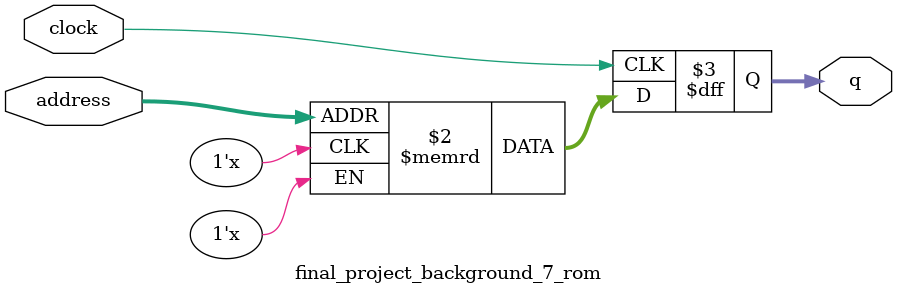
<source format=sv>
module final_project_background_7_rom (
	input logic clock,
	input logic [17:0] address,
	output logic [3:0] q
);

logic [3:0] memory [0:172799] /* synthesis ram_init_file = "./final_project_background_7/final_project_background_7.COE" */;

always_ff @ (posedge clock) begin
	q <= memory[address];
end

endmodule

</source>
